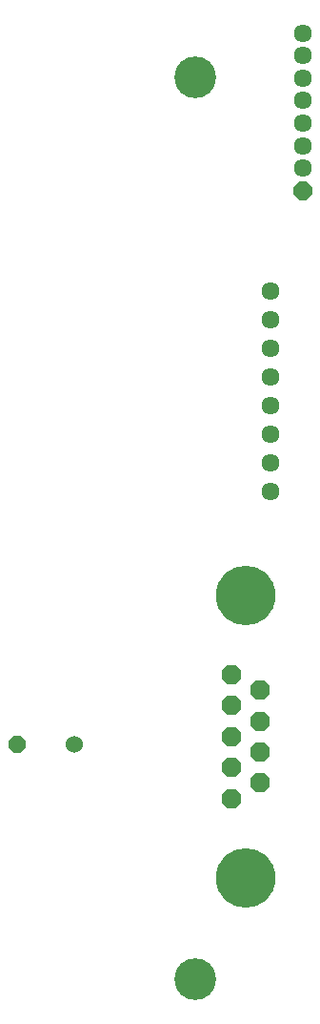
<source format=gbs>
G75*
%MOIN*%
%OFA0B0*%
%FSLAX25Y25*%
%IPPOS*%
%LPD*%
%AMOC8*
5,1,8,0,0,1.08239X$1,22.5*
%
%ADD10OC8,0.06800*%
%ADD11C,0.20800*%
%ADD12OC8,0.06000*%
%ADD13C,0.06000*%
%ADD14C,0.06343*%
%ADD15OC8,0.06343*%
%ADD16C,0.14580*%
D10*
X0112122Y0119144D03*
X0112122Y0129944D03*
X0112122Y0140744D03*
X0112122Y0151544D03*
X0112122Y0162344D03*
X0122122Y0156944D03*
X0122122Y0146144D03*
X0122122Y0135344D03*
X0122122Y0124544D03*
D11*
X0117122Y0091444D03*
X0117122Y0190044D03*
D12*
X0037122Y0137870D03*
D13*
X0057122Y0137870D03*
D14*
X0125705Y0226370D03*
X0125705Y0236370D03*
X0125705Y0246370D03*
X0125705Y0256370D03*
X0125705Y0266370D03*
X0125705Y0276370D03*
X0125705Y0286370D03*
X0125705Y0296370D03*
X0137319Y0339244D03*
X0137319Y0347118D03*
X0137319Y0354992D03*
X0137319Y0362866D03*
X0137319Y0370740D03*
X0137319Y0378614D03*
X0137319Y0386488D03*
D15*
X0137319Y0331370D03*
D16*
X0099484Y0371138D03*
X0099484Y0056177D03*
M02*

</source>
